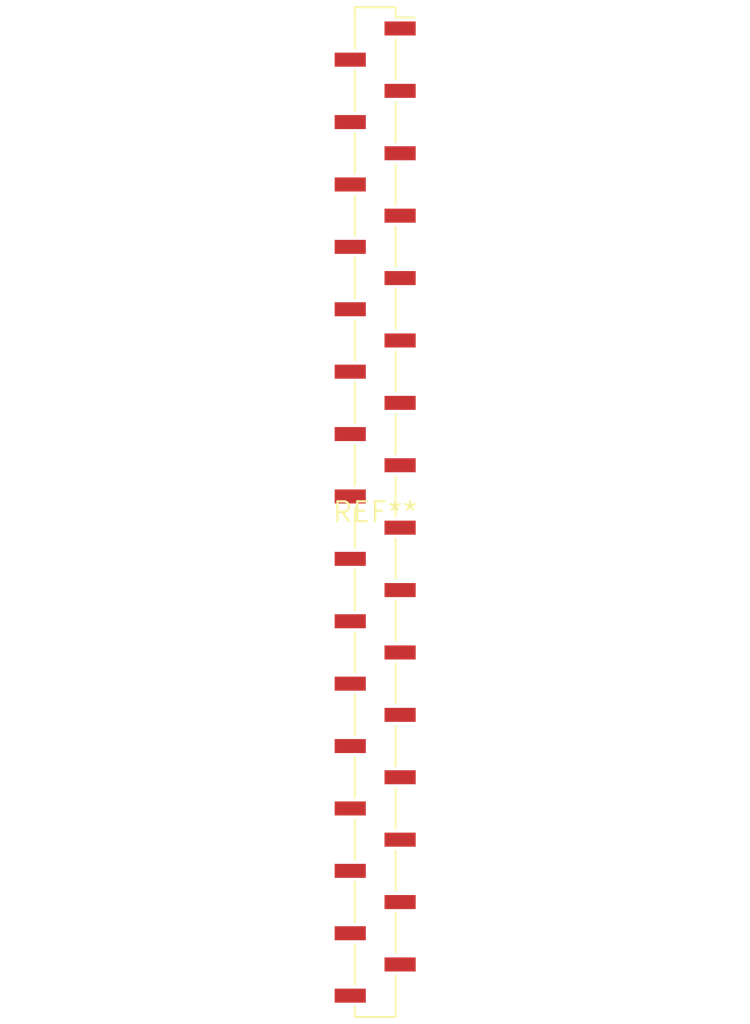
<source format=kicad_pcb>
(kicad_pcb (version 20240108) (generator pcbnew)
  (layers (0 "F.Cu" signal) (31 "B.Cu" signal) (34 "B.Paste" user) (35 "F.Paste" user) (36 "B.SilkS" user "B.Silkscreen") (37 "F.SilkS" user "F.Silkscreen") (38 "B.Mask" user) (39 "F.Mask" user) (44 "Edge.Cuts" user))
  (net 0 "")
  (footprint "PinSocket_1x32_P2.00mm_Vertical_SMD_Pin1Right" (layer "F.Cu") (at 0 0)
    (property "Reference" "REF**")
    (property "Value" "PinSocket_1x32_P2.00mm_Vertical_SMD_Pin1Right")
    (fp_line (start -1.31 -32.36) (end -1.31 -29.71) (layer "F.SilkS") (stroke (width 0.12)))
    (fp_line (start -1.31 -32.36) (end 1.31 -32.36) (layer "F.SilkS") (stroke (width 0.12)))
    (fp_line (start -1.31 -28.29) (end -1.31 -25.71) (layer "F.SilkS") (stroke (width 0.12)))
    (fp_line (start -1.31 -24.29) (end -1.31 -21.71) (layer "F.SilkS") (stroke (width 0.12)))
    (fp_line (start -1.31 -20.29) (end -1.31 -17.71) (layer "F.SilkS") (stroke (width 0.12)))
    (fp_line (start -1.31 -16.29) (end -1.31 -13.71) (layer "F.SilkS") (stroke (width 0.12)))
    (fp_line (start -1.31 -12.29) (end -1.31 -9.71) (layer "F.SilkS") (stroke (width 0.12)))
    (fp_line (start -1.31 -8.29) (end -1.31 -5.71) (layer "F.SilkS") (stroke (width 0.12)))
    (fp_line (start -1.31 -4.29) (end -1.31 -1.71) (layer "F.SilkS") (stroke (width 0.12)))
    (fp_line (start -1.31 -0.29) (end -1.31 2.29) (layer "F.SilkS") (stroke (width 0.12)))
    (fp_line (start -1.31 3.71) (end -1.31 6.29) (layer "F.SilkS") (stroke (width 0.12)))
    (fp_line (start -1.31 7.71) (end -1.31 10.29) (layer "F.SilkS") (stroke (width 0.12)))
    (fp_line (start -1.31 11.71) (end -1.31 14.29) (layer "F.SilkS") (stroke (width 0.12)))
    (fp_line (start -1.31 15.71) (end -1.31 18.29) (layer "F.SilkS") (stroke (width 0.12)))
    (fp_line (start -1.31 19.71) (end -1.31 22.29) (layer "F.SilkS") (stroke (width 0.12)))
    (fp_line (start -1.31 23.71) (end -1.31 26.29) (layer "F.SilkS") (stroke (width 0.12)))
    (fp_line (start -1.31 27.71) (end -1.31 30.29) (layer "F.SilkS") (stroke (width 0.12)))
    (fp_line (start -1.31 31.71) (end -1.31 32.36) (layer "F.SilkS") (stroke (width 0.12)))
    (fp_line (start -1.31 32.36) (end 1.31 32.36) (layer "F.SilkS") (stroke (width 0.12)))
    (fp_line (start 1.31 -32.36) (end 1.31 -31.71) (layer "F.SilkS") (stroke (width 0.12)))
    (fp_line (start 1.31 -31.71) (end 2.54 -31.71) (layer "F.SilkS") (stroke (width 0.12)))
    (fp_line (start 1.31 -30.29) (end 1.31 -27.71) (layer "F.SilkS") (stroke (width 0.12)))
    (fp_line (start 1.31 -26.29) (end 1.31 -23.71) (layer "F.SilkS") (stroke (width 0.12)))
    (fp_line (start 1.31 -22.29) (end 1.31 -19.71) (layer "F.SilkS") (stroke (width 0.12)))
    (fp_line (start 1.31 -18.29) (end 1.31 -15.71) (layer "F.SilkS") (stroke (width 0.12)))
    (fp_line (start 1.31 -14.29) (end 1.31 -11.71) (layer "F.SilkS") (stroke (width 0.12)))
    (fp_line (start 1.31 -10.29) (end 1.31 -7.71) (layer "F.SilkS") (stroke (width 0.12)))
    (fp_line (start 1.31 -6.29) (end 1.31 -3.71) (layer "F.SilkS") (stroke (width 0.12)))
    (fp_line (start 1.31 -2.29) (end 1.31 0.29) (layer "F.SilkS") (stroke (width 0.12)))
    (fp_line (start 1.31 1.71) (end 1.31 4.29) (layer "F.SilkS") (stroke (width 0.12)))
    (fp_line (start 1.31 5.71) (end 1.31 8.29) (layer "F.SilkS") (stroke (width 0.12)))
    (fp_line (start 1.31 9.71) (end 1.31 12.29) (layer "F.SilkS") (stroke (width 0.12)))
    (fp_line (start 1.31 13.71) (end 1.31 16.29) (layer "F.SilkS") (stroke (width 0.12)))
    (fp_line (start 1.31 17.71) (end 1.31 20.29) (layer "F.SilkS") (stroke (width 0.12)))
    (fp_line (start 1.31 21.71) (end 1.31 24.29) (layer "F.SilkS") (stroke (width 0.12)))
    (fp_line (start 1.31 25.71) (end 1.31 28.29) (layer "F.SilkS") (stroke (width 0.12)))
    (fp_line (start 1.31 29.71) (end 1.31 32.36) (layer "F.SilkS") (stroke (width 0.12)))
    (pad "1" smd rect (at 1.6 -31) (size 2 0.9) (layers "F.Cu" "F.Paste" "F.Mask"))
    (pad "2" smd rect (at -1.6 -29) (size 2 0.9) (layers "F.Cu" "F.Paste" "F.Mask"))
    (pad "3" smd rect (at 1.6 -27) (size 2 0.9) (layers "F.Cu" "F.Paste" "F.Mask"))
    (pad "4" smd rect (at -1.6 -25) (size 2 0.9) (layers "F.Cu" "F.Paste" "F.Mask"))
    (pad "5" smd rect (at 1.6 -23) (size 2 0.9) (layers "F.Cu" "F.Paste" "F.Mask"))
    (pad "6" smd rect (at -1.6 -21) (size 2 0.9) (layers "F.Cu" "F.Paste" "F.Mask"))
    (pad "7" smd rect (at 1.6 -19) (size 2 0.9) (layers "F.Cu" "F.Paste" "F.Mask"))
    (pad "8" smd rect (at -1.6 -17) (size 2 0.9) (layers "F.Cu" "F.Paste" "F.Mask"))
    (pad "9" smd rect (at 1.6 -15) (size 2 0.9) (layers "F.Cu" "F.Paste" "F.Mask"))
    (pad "10" smd rect (at -1.6 -13) (size 2 0.9) (layers "F.Cu" "F.Paste" "F.Mask"))
    (pad "11" smd rect (at 1.6 -11) (size 2 0.9) (layers "F.Cu" "F.Paste" "F.Mask"))
    (pad "12" smd rect (at -1.6 -9) (size 2 0.9) (layers "F.Cu" "F.Paste" "F.Mask"))
    (pad "13" smd rect (at 1.6 -7) (size 2 0.9) (layers "F.Cu" "F.Paste" "F.Mask"))
    (pad "14" smd rect (at -1.6 -5) (size 2 0.9) (layers "F.Cu" "F.Paste" "F.Mask"))
    (pad "15" smd rect (at 1.6 -3) (size 2 0.9) (layers "F.Cu" "F.Paste" "F.Mask"))
    (pad "16" smd rect (at -1.6 -1) (size 2 0.9) (layers "F.Cu" "F.Paste" "F.Mask"))
    (pad "17" smd rect (at 1.6 1) (size 2 0.9) (layers "F.Cu" "F.Paste" "F.Mask"))
    (pad "18" smd rect (at -1.6 3) (size 2 0.9) (layers "F.Cu" "F.Paste" "F.Mask"))
    (pad "19" smd rect (at 1.6 5) (size 2 0.9) (layers "F.Cu" "F.Paste" "F.Mask"))
    (pad "20" smd rect (at -1.6 7) (size 2 0.9) (layers "F.Cu" "F.Paste" "F.Mask"))
    (pad "21" smd rect (at 1.6 9) (size 2 0.9) (layers "F.Cu" "F.Paste" "F.Mask"))
    (pad "22" smd rect (at -1.6 11) (size 2 0.9) (layers "F.Cu" "F.Paste" "F.Mask"))
    (pad "23" smd rect (at 1.6 13) (size 2 0.9) (layers "F.Cu" "F.Paste" "F.Mask"))
    (pad "24" smd rect (at -1.6 15) (size 2 0.9) (layers "F.Cu" "F.Paste" "F.Mask"))
    (pad "25" smd rect (at 1.6 17) (size 2 0.9) (layers "F.Cu" "F.Paste" "F.Mask"))
    (pad "26" smd rect (at -1.6 19) (size 2 0.9) (layers "F.Cu" "F.Paste" "F.Mask"))
    (pad "27" smd rect (at 1.6 21) (size 2 0.9) (layers "F.Cu" "F.Paste" "F.Mask"))
    (pad "28" smd rect (at -1.6 23) (size 2 0.9) (layers "F.Cu" "F.Paste" "F.Mask"))
    (pad "29" smd rect (at 1.6 25) (size 2 0.9) (layers "F.Cu" "F.Paste" "F.Mask"))
    (pad "30" smd rect (at -1.6 27) (size 2 0.9) (layers "F.Cu" "F.Paste" "F.Mask"))
    (pad "31" smd rect (at 1.6 29) (size 2 0.9) (layers "F.Cu" "F.Paste" "F.Mask"))
    (pad "32" smd rect (at -1.6 31) (size 2 0.9) (layers "F.Cu" "F.Paste" "F.Mask"))
  )
)
</source>
